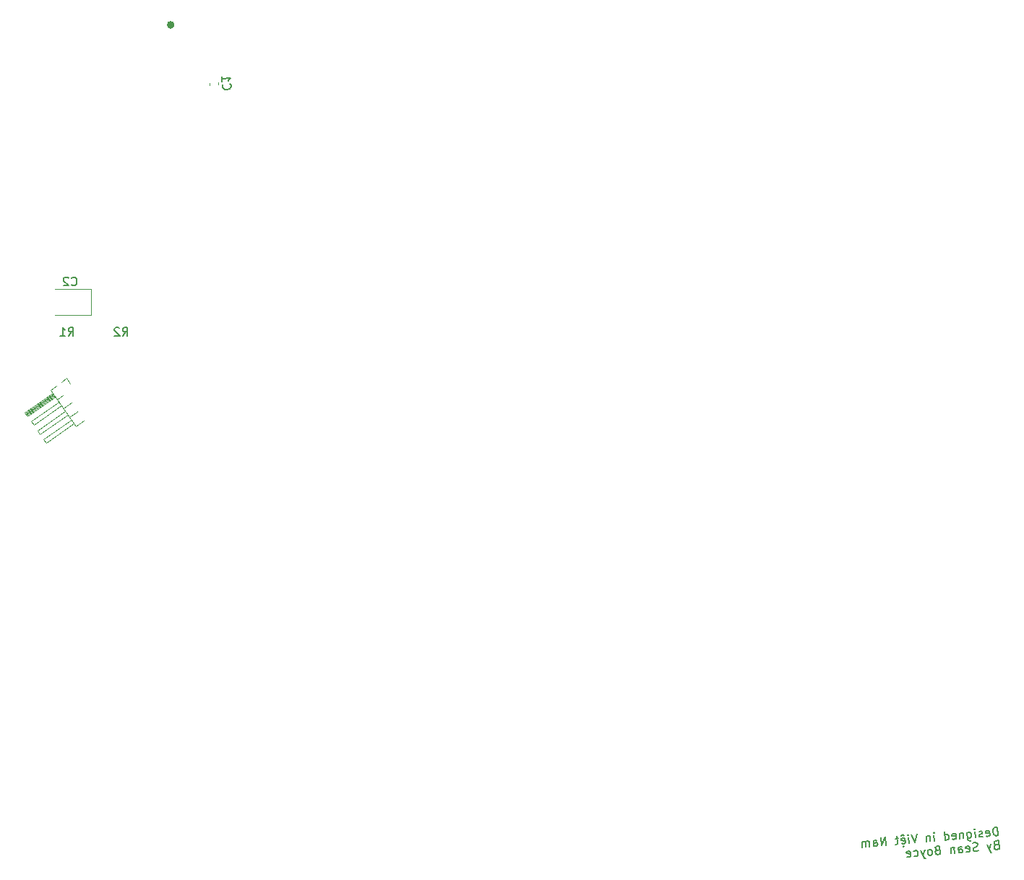
<source format=gbr>
%TF.GenerationSoftware,KiCad,Pcbnew,7.0.10-7.0.10~ubuntu22.04.1*%
%TF.CreationDate,2025-04-20T11:22:11+07:00*%
%TF.ProjectId,catan100,63617461-6e31-4303-902e-6b696361645f,rev?*%
%TF.SameCoordinates,Original*%
%TF.FileFunction,Legend,Bot*%
%TF.FilePolarity,Positive*%
%FSLAX46Y46*%
G04 Gerber Fmt 4.6, Leading zero omitted, Abs format (unit mm)*
G04 Created by KiCad (PCBNEW 7.0.10-7.0.10~ubuntu22.04.1) date 2025-04-20 11:22:11*
%MOMM*%
%LPD*%
G01*
G04 APERTURE LIST*
%ADD10C,0.150000*%
%ADD11C,0.120000*%
%ADD12C,0.500000*%
G04 APERTURE END LIST*
D10*
X238247435Y-258366393D02*
X238160279Y-257370198D01*
X238160279Y-257370198D02*
X237923090Y-257390950D01*
X237923090Y-257390950D02*
X237784927Y-257450839D01*
X237784927Y-257450839D02*
X237698351Y-257554015D01*
X237698351Y-257554015D02*
X237659214Y-257653041D01*
X237659214Y-257653041D02*
X237628377Y-257846942D01*
X237628377Y-257846942D02*
X237640828Y-257989256D01*
X237640828Y-257989256D02*
X237704867Y-258174857D01*
X237704867Y-258174857D02*
X237760606Y-258265582D01*
X237760606Y-258265582D02*
X237863782Y-258352158D01*
X237863782Y-258352158D02*
X238010246Y-258387145D01*
X238010246Y-258387145D02*
X238247435Y-258366393D01*
X236867587Y-258439313D02*
X236966613Y-258478451D01*
X236966613Y-258478451D02*
X237156364Y-258461849D01*
X237156364Y-258461849D02*
X237247090Y-258406111D01*
X237247090Y-258406111D02*
X237286227Y-258307085D01*
X237286227Y-258307085D02*
X237253025Y-257927582D01*
X237253025Y-257927582D02*
X237197287Y-257836857D01*
X237197287Y-257836857D02*
X237098261Y-257797720D01*
X237098261Y-257797720D02*
X236908509Y-257814321D01*
X236908509Y-257814321D02*
X236817784Y-257870059D01*
X236817784Y-257870059D02*
X236778646Y-257969085D01*
X236778646Y-257969085D02*
X236786947Y-258063961D01*
X236786947Y-258063961D02*
X237269626Y-258117334D01*
X236440646Y-258476666D02*
X236349921Y-258532404D01*
X236349921Y-258532404D02*
X236160170Y-258549005D01*
X236160170Y-258549005D02*
X236061144Y-258509868D01*
X236061144Y-258509868D02*
X236005405Y-258419143D01*
X236005405Y-258419143D02*
X236001255Y-258371705D01*
X236001255Y-258371705D02*
X236040392Y-258272679D01*
X236040392Y-258272679D02*
X236131118Y-258216940D01*
X236131118Y-258216940D02*
X236273431Y-258204489D01*
X236273431Y-258204489D02*
X236364157Y-258148751D01*
X236364157Y-258148751D02*
X236403294Y-258049725D01*
X236403294Y-258049725D02*
X236399144Y-258002287D01*
X236399144Y-258002287D02*
X236343405Y-257911562D01*
X236343405Y-257911562D02*
X236244379Y-257872425D01*
X236244379Y-257872425D02*
X236102066Y-257884875D01*
X236102066Y-257884875D02*
X236011340Y-257940614D01*
X235590915Y-258598809D02*
X235532811Y-257934679D01*
X235503760Y-257602614D02*
X235555348Y-257645901D01*
X235555348Y-257645901D02*
X235512060Y-257697490D01*
X235512060Y-257697490D02*
X235460472Y-257654202D01*
X235460472Y-257654202D02*
X235503760Y-257602614D01*
X235503760Y-257602614D02*
X235512060Y-257697490D01*
X234631493Y-258013534D02*
X234702048Y-258819977D01*
X234702048Y-258819977D02*
X234757786Y-258910703D01*
X234757786Y-258910703D02*
X234809374Y-258953990D01*
X234809374Y-258953990D02*
X234908400Y-258993127D01*
X234908400Y-258993127D02*
X235050714Y-258980677D01*
X235050714Y-258980677D02*
X235141439Y-258924938D01*
X234685446Y-258630226D02*
X234784472Y-258669363D01*
X234784472Y-258669363D02*
X234974224Y-258652762D01*
X234974224Y-258652762D02*
X235064949Y-258597024D01*
X235064949Y-258597024D02*
X235108237Y-258545436D01*
X235108237Y-258545436D02*
X235147374Y-258446410D01*
X235147374Y-258446410D02*
X235122472Y-258161783D01*
X235122472Y-258161783D02*
X235066734Y-258071057D01*
X235066734Y-258071057D02*
X235015146Y-258027770D01*
X235015146Y-258027770D02*
X234916120Y-257988632D01*
X234916120Y-257988632D02*
X234726369Y-258005233D01*
X234726369Y-258005233D02*
X234635643Y-258060972D01*
X234157114Y-258055037D02*
X234215218Y-258719166D01*
X234165415Y-258149912D02*
X234113827Y-258106625D01*
X234113827Y-258106625D02*
X234014801Y-258067487D01*
X234014801Y-258067487D02*
X233872487Y-258079938D01*
X233872487Y-258079938D02*
X233781762Y-258135677D01*
X233781762Y-258135677D02*
X233742625Y-258234703D01*
X233742625Y-258234703D02*
X233788278Y-258756519D01*
X232930246Y-258783786D02*
X233029272Y-258822923D01*
X233029272Y-258822923D02*
X233219023Y-258806322D01*
X233219023Y-258806322D02*
X233309749Y-258750584D01*
X233309749Y-258750584D02*
X233348886Y-258651558D01*
X233348886Y-258651558D02*
X233315684Y-258272055D01*
X233315684Y-258272055D02*
X233259946Y-258181330D01*
X233259946Y-258181330D02*
X233160920Y-258142192D01*
X233160920Y-258142192D02*
X232971168Y-258158793D01*
X232971168Y-258158793D02*
X232880443Y-258214532D01*
X232880443Y-258214532D02*
X232841306Y-258313558D01*
X232841306Y-258313558D02*
X232849606Y-258408433D01*
X232849606Y-258408433D02*
X233332285Y-258461806D01*
X232033077Y-258910079D02*
X231945921Y-257913884D01*
X232028927Y-258862641D02*
X232127953Y-258901778D01*
X232127953Y-258901778D02*
X232317704Y-258885177D01*
X232317704Y-258885177D02*
X232408430Y-258829439D01*
X232408430Y-258829439D02*
X232451717Y-258777851D01*
X232451717Y-258777851D02*
X232490855Y-258678825D01*
X232490855Y-258678825D02*
X232465953Y-258394198D01*
X232465953Y-258394198D02*
X232410215Y-258303472D01*
X232410215Y-258303472D02*
X232358626Y-258260185D01*
X232358626Y-258260185D02*
X232259600Y-258221048D01*
X232259600Y-258221048D02*
X232069849Y-258237649D01*
X232069849Y-258237649D02*
X231979124Y-258293387D01*
X230799693Y-259017986D02*
X230741589Y-258353856D01*
X230712537Y-258021791D02*
X230764125Y-258065079D01*
X230764125Y-258065079D02*
X230720838Y-258116667D01*
X230720838Y-258116667D02*
X230669250Y-258073380D01*
X230669250Y-258073380D02*
X230712537Y-258021791D01*
X230712537Y-258021791D02*
X230720838Y-258116667D01*
X230267211Y-258395359D02*
X230325315Y-259059489D01*
X230275512Y-258490235D02*
X230223924Y-258446947D01*
X230223924Y-258446947D02*
X230124898Y-258407810D01*
X230124898Y-258407810D02*
X229982584Y-258420261D01*
X229982584Y-258420261D02*
X229891859Y-258475999D01*
X229891859Y-258475999D02*
X229852721Y-258575025D01*
X229852721Y-258575025D02*
X229898374Y-259096841D01*
X228720148Y-258196103D02*
X228475239Y-259221350D01*
X228475239Y-259221350D02*
X228056018Y-258254207D01*
X227811109Y-259279453D02*
X227753005Y-258615324D01*
X227723953Y-258283259D02*
X227775541Y-258326546D01*
X227775541Y-258326546D02*
X227732254Y-258378134D01*
X227732254Y-258378134D02*
X227680666Y-258334847D01*
X227680666Y-258334847D02*
X227723953Y-258283259D01*
X227723953Y-258283259D02*
X227732254Y-258378134D01*
X226953078Y-259306720D02*
X227052104Y-259345858D01*
X227052104Y-259345858D02*
X227241855Y-259329257D01*
X227241855Y-259329257D02*
X227332581Y-259273518D01*
X227332581Y-259273518D02*
X227371718Y-259174492D01*
X227371718Y-259174492D02*
X227338516Y-258794990D01*
X227338516Y-258794990D02*
X227282777Y-258704264D01*
X227282777Y-258704264D02*
X227183751Y-258665127D01*
X227183751Y-258665127D02*
X226994000Y-258681728D01*
X226994000Y-258681728D02*
X226903275Y-258737466D01*
X226903275Y-258737466D02*
X226864137Y-258836492D01*
X226864137Y-258836492D02*
X226872438Y-258931368D01*
X226872438Y-258931368D02*
X227355117Y-258984741D01*
X227257876Y-258419637D02*
X227055674Y-258293925D01*
X227055674Y-258293925D02*
X226878373Y-258452839D01*
X227176031Y-259669622D02*
X227124443Y-259626334D01*
X227124443Y-259626334D02*
X227167731Y-259574746D01*
X227167731Y-259574746D02*
X227219319Y-259618034D01*
X227219319Y-259618034D02*
X227176031Y-259669622D01*
X227176031Y-259669622D02*
X227167731Y-259574746D01*
X226567059Y-258719080D02*
X226187557Y-258752283D01*
X226395694Y-258399466D02*
X226470399Y-259253347D01*
X226470399Y-259253347D02*
X226431261Y-259352373D01*
X226431261Y-259352373D02*
X226340536Y-259408112D01*
X226340536Y-259408112D02*
X226245660Y-259416412D01*
X225154589Y-259511869D02*
X225067434Y-258515674D01*
X225067434Y-258515674D02*
X224585335Y-259561672D01*
X224585335Y-259561672D02*
X224498179Y-258565477D01*
X223684016Y-259640527D02*
X223638363Y-259118711D01*
X223638363Y-259118711D02*
X223677501Y-259019685D01*
X223677501Y-259019685D02*
X223768226Y-258963947D01*
X223768226Y-258963947D02*
X223957977Y-258947345D01*
X223957977Y-258947345D02*
X224057003Y-258986483D01*
X223679866Y-259593089D02*
X223778892Y-259632227D01*
X223778892Y-259632227D02*
X224016081Y-259611475D01*
X224016081Y-259611475D02*
X224106807Y-259555737D01*
X224106807Y-259555737D02*
X224145944Y-259456711D01*
X224145944Y-259456711D02*
X224137643Y-259361835D01*
X224137643Y-259361835D02*
X224081905Y-259271110D01*
X224081905Y-259271110D02*
X223982879Y-259231973D01*
X223982879Y-259231973D02*
X223745690Y-259252724D01*
X223745690Y-259252724D02*
X223646664Y-259213587D01*
X223209638Y-259682030D02*
X223151534Y-259017900D01*
X223159834Y-259112776D02*
X223108246Y-259069488D01*
X223108246Y-259069488D02*
X223009220Y-259030351D01*
X223009220Y-259030351D02*
X222866907Y-259042802D01*
X222866907Y-259042802D02*
X222776181Y-259098540D01*
X222776181Y-259098540D02*
X222737044Y-259197566D01*
X222737044Y-259197566D02*
X222782697Y-259719382D01*
X222737044Y-259197566D02*
X222681306Y-259106841D01*
X222681306Y-259106841D02*
X222582280Y-259067703D01*
X222582280Y-259067703D02*
X222439966Y-259080154D01*
X222439966Y-259080154D02*
X222349241Y-259135893D01*
X222349241Y-259135893D02*
X222310104Y-259234919D01*
X222310104Y-259234919D02*
X222355757Y-259756735D01*
X238010038Y-259477502D02*
X237871875Y-259537390D01*
X237871875Y-259537390D02*
X237828587Y-259588979D01*
X237828587Y-259588979D02*
X237789450Y-259688005D01*
X237789450Y-259688005D02*
X237801901Y-259830318D01*
X237801901Y-259830318D02*
X237857639Y-259921043D01*
X237857639Y-259921043D02*
X237909227Y-259964331D01*
X237909227Y-259964331D02*
X238008253Y-260003468D01*
X238008253Y-260003468D02*
X238387756Y-259970266D01*
X238387756Y-259970266D02*
X238300600Y-258974071D01*
X238300600Y-258974071D02*
X237968535Y-259003123D01*
X237968535Y-259003123D02*
X237877810Y-259058862D01*
X237877810Y-259058862D02*
X237834522Y-259110450D01*
X237834522Y-259110450D02*
X237795385Y-259209476D01*
X237795385Y-259209476D02*
X237803685Y-259304352D01*
X237803685Y-259304352D02*
X237859424Y-259395077D01*
X237859424Y-259395077D02*
X237911012Y-259438365D01*
X237911012Y-259438365D02*
X238010038Y-259477502D01*
X238010038Y-259477502D02*
X238342103Y-259448450D01*
X237428333Y-259384992D02*
X237249248Y-260069873D01*
X236953955Y-259426494D02*
X237249248Y-260069873D01*
X237249248Y-260069873D02*
X237364875Y-260298761D01*
X237364875Y-260298761D02*
X237416463Y-260342049D01*
X237416463Y-260342049D02*
X237515489Y-260381186D01*
X235916837Y-260138643D02*
X235778674Y-260198531D01*
X235778674Y-260198531D02*
X235541485Y-260219283D01*
X235541485Y-260219283D02*
X235442459Y-260180145D01*
X235442459Y-260180145D02*
X235390871Y-260136858D01*
X235390871Y-260136858D02*
X235335132Y-260046132D01*
X235335132Y-260046132D02*
X235326832Y-259951257D01*
X235326832Y-259951257D02*
X235365969Y-259852231D01*
X235365969Y-259852231D02*
X235409257Y-259800643D01*
X235409257Y-259800643D02*
X235499982Y-259744904D01*
X235499982Y-259744904D02*
X235685583Y-259680865D01*
X235685583Y-259680865D02*
X235776309Y-259625127D01*
X235776309Y-259625127D02*
X235819596Y-259573539D01*
X235819596Y-259573539D02*
X235858733Y-259474513D01*
X235858733Y-259474513D02*
X235850433Y-259379637D01*
X235850433Y-259379637D02*
X235794694Y-259288912D01*
X235794694Y-259288912D02*
X235743106Y-259245624D01*
X235743106Y-259245624D02*
X235644080Y-259206487D01*
X235644080Y-259206487D02*
X235406891Y-259227238D01*
X235406891Y-259227238D02*
X235268728Y-259287127D01*
X234541140Y-260259001D02*
X234640166Y-260298138D01*
X234640166Y-260298138D02*
X234829917Y-260281537D01*
X234829917Y-260281537D02*
X234920642Y-260225798D01*
X234920642Y-260225798D02*
X234959780Y-260126772D01*
X234959780Y-260126772D02*
X234926578Y-259747270D01*
X234926578Y-259747270D02*
X234870839Y-259656544D01*
X234870839Y-259656544D02*
X234771813Y-259617407D01*
X234771813Y-259617407D02*
X234582062Y-259634008D01*
X234582062Y-259634008D02*
X234491336Y-259689746D01*
X234491336Y-259689746D02*
X234452199Y-259788772D01*
X234452199Y-259788772D02*
X234460500Y-259883648D01*
X234460500Y-259883648D02*
X234943179Y-259937021D01*
X233643971Y-260385294D02*
X233598318Y-259863477D01*
X233598318Y-259863477D02*
X233637455Y-259764451D01*
X233637455Y-259764451D02*
X233728181Y-259708713D01*
X233728181Y-259708713D02*
X233917932Y-259692112D01*
X233917932Y-259692112D02*
X234016958Y-259731249D01*
X233639821Y-260337856D02*
X233738847Y-260376993D01*
X233738847Y-260376993D02*
X233976036Y-260356242D01*
X233976036Y-260356242D02*
X234066761Y-260300503D01*
X234066761Y-260300503D02*
X234105898Y-260201477D01*
X234105898Y-260201477D02*
X234097598Y-260106602D01*
X234097598Y-260106602D02*
X234041860Y-260015876D01*
X234041860Y-260015876D02*
X233942834Y-259976739D01*
X233942834Y-259976739D02*
X233705644Y-259997490D01*
X233705644Y-259997490D02*
X233606618Y-259958353D01*
X233111488Y-259762667D02*
X233169592Y-260426796D01*
X233119789Y-259857542D02*
X233068201Y-259814255D01*
X233068201Y-259814255D02*
X232969175Y-259775117D01*
X232969175Y-259775117D02*
X232826861Y-259787568D01*
X232826861Y-259787568D02*
X232736136Y-259843307D01*
X232736136Y-259843307D02*
X232696999Y-259942333D01*
X232696999Y-259942333D02*
X232742652Y-260464149D01*
X231131550Y-260079292D02*
X230993386Y-260139180D01*
X230993386Y-260139180D02*
X230950099Y-260190768D01*
X230950099Y-260190768D02*
X230910961Y-260289794D01*
X230910961Y-260289794D02*
X230923412Y-260432108D01*
X230923412Y-260432108D02*
X230979151Y-260522833D01*
X230979151Y-260522833D02*
X231030739Y-260566121D01*
X231030739Y-260566121D02*
X231129765Y-260605258D01*
X231129765Y-260605258D02*
X231509267Y-260572056D01*
X231509267Y-260572056D02*
X231422112Y-259575861D01*
X231422112Y-259575861D02*
X231090047Y-259604913D01*
X231090047Y-259604913D02*
X230999321Y-259660652D01*
X230999321Y-259660652D02*
X230956034Y-259712240D01*
X230956034Y-259712240D02*
X230916897Y-259811266D01*
X230916897Y-259811266D02*
X230925197Y-259906141D01*
X230925197Y-259906141D02*
X230980936Y-259996867D01*
X230980936Y-259996867D02*
X231032524Y-260040154D01*
X231032524Y-260040154D02*
X231131550Y-260079292D01*
X231131550Y-260079292D02*
X231463614Y-260050240D01*
X230370759Y-260671662D02*
X230461485Y-260615924D01*
X230461485Y-260615924D02*
X230504772Y-260564336D01*
X230504772Y-260564336D02*
X230543910Y-260465310D01*
X230543910Y-260465310D02*
X230519008Y-260180683D01*
X230519008Y-260180683D02*
X230463270Y-260089958D01*
X230463270Y-260089958D02*
X230411681Y-260046670D01*
X230411681Y-260046670D02*
X230312655Y-260007533D01*
X230312655Y-260007533D02*
X230170342Y-260019984D01*
X230170342Y-260019984D02*
X230079617Y-260075722D01*
X230079617Y-260075722D02*
X230036329Y-260127310D01*
X230036329Y-260127310D02*
X229997192Y-260226336D01*
X229997192Y-260226336D02*
X230022093Y-260510963D01*
X230022093Y-260510963D02*
X230077832Y-260601688D01*
X230077832Y-260601688D02*
X230129420Y-260644976D01*
X230129420Y-260644976D02*
X230228446Y-260684113D01*
X230228446Y-260684113D02*
X230370759Y-260671662D01*
X229648526Y-260065637D02*
X229469440Y-260750518D01*
X229174147Y-260107139D02*
X229469440Y-260750518D01*
X229469440Y-260750518D02*
X229585067Y-260979406D01*
X229585067Y-260979406D02*
X229636655Y-261022694D01*
X229636655Y-261022694D02*
X229735681Y-261061831D01*
X228421657Y-260794386D02*
X228520683Y-260833523D01*
X228520683Y-260833523D02*
X228710434Y-260816922D01*
X228710434Y-260816922D02*
X228801160Y-260761184D01*
X228801160Y-260761184D02*
X228844447Y-260709596D01*
X228844447Y-260709596D02*
X228883585Y-260610570D01*
X228883585Y-260610570D02*
X228858683Y-260325943D01*
X228858683Y-260325943D02*
X228802945Y-260235217D01*
X228802945Y-260235217D02*
X228751357Y-260191930D01*
X228751357Y-260191930D02*
X228652331Y-260152792D01*
X228652331Y-260152792D02*
X228462579Y-260169393D01*
X228462579Y-260169393D02*
X228371854Y-260225132D01*
X227615214Y-260864941D02*
X227714240Y-260904078D01*
X227714240Y-260904078D02*
X227903991Y-260887477D01*
X227903991Y-260887477D02*
X227994716Y-260831738D01*
X227994716Y-260831738D02*
X228033854Y-260732712D01*
X228033854Y-260732712D02*
X228000651Y-260353210D01*
X228000651Y-260353210D02*
X227944913Y-260262484D01*
X227944913Y-260262484D02*
X227845887Y-260223347D01*
X227845887Y-260223347D02*
X227656136Y-260239948D01*
X227656136Y-260239948D02*
X227565410Y-260295686D01*
X227565410Y-260295686D02*
X227526273Y-260394712D01*
X227526273Y-260394712D02*
X227534574Y-260489588D01*
X227534574Y-260489588D02*
X228017253Y-260542961D01*
X129706666Y-193843580D02*
X129754285Y-193891200D01*
X129754285Y-193891200D02*
X129897142Y-193938819D01*
X129897142Y-193938819D02*
X129992380Y-193938819D01*
X129992380Y-193938819D02*
X130135237Y-193891200D01*
X130135237Y-193891200D02*
X130230475Y-193795961D01*
X130230475Y-193795961D02*
X130278094Y-193700723D01*
X130278094Y-193700723D02*
X130325713Y-193510247D01*
X130325713Y-193510247D02*
X130325713Y-193367390D01*
X130325713Y-193367390D02*
X130278094Y-193176914D01*
X130278094Y-193176914D02*
X130230475Y-193081676D01*
X130230475Y-193081676D02*
X130135237Y-192986438D01*
X130135237Y-192986438D02*
X129992380Y-192938819D01*
X129992380Y-192938819D02*
X129897142Y-192938819D01*
X129897142Y-192938819D02*
X129754285Y-192986438D01*
X129754285Y-192986438D02*
X129706666Y-193034057D01*
X129325713Y-193034057D02*
X129278094Y-192986438D01*
X129278094Y-192986438D02*
X129182856Y-192938819D01*
X129182856Y-192938819D02*
X128944761Y-192938819D01*
X128944761Y-192938819D02*
X128849523Y-192986438D01*
X128849523Y-192986438D02*
X128801904Y-193034057D01*
X128801904Y-193034057D02*
X128754285Y-193129295D01*
X128754285Y-193129295D02*
X128754285Y-193224533D01*
X128754285Y-193224533D02*
X128801904Y-193367390D01*
X128801904Y-193367390D02*
X129373332Y-193938819D01*
X129373332Y-193938819D02*
X128754285Y-193938819D01*
X147452417Y-170389789D02*
X147409129Y-170441377D01*
X147409129Y-170441377D02*
X147374142Y-170587841D01*
X147374142Y-170587841D02*
X147382443Y-170682717D01*
X147382443Y-170682717D02*
X147442331Y-170820880D01*
X147442331Y-170820880D02*
X147545508Y-170907455D01*
X147545508Y-170907455D02*
X147644534Y-170946592D01*
X147644534Y-170946592D02*
X147838435Y-170977429D01*
X147838435Y-170977429D02*
X147980749Y-170964978D01*
X147980749Y-170964978D02*
X148166350Y-170900939D01*
X148166350Y-170900939D02*
X148257075Y-170845201D01*
X148257075Y-170845201D02*
X148343650Y-170742025D01*
X148343650Y-170742025D02*
X148378637Y-170595561D01*
X148378637Y-170595561D02*
X148370337Y-170500685D01*
X148370337Y-170500685D02*
X148310448Y-170362522D01*
X148310448Y-170362522D02*
X148258860Y-170319234D01*
X147274536Y-169449333D02*
X147324339Y-170018587D01*
X147299437Y-169733960D02*
X148295632Y-169646804D01*
X148295632Y-169646804D02*
X148161619Y-169754131D01*
X148161619Y-169754131D02*
X148075044Y-169857307D01*
X148075044Y-169857307D02*
X148035907Y-169956333D01*
X129325666Y-199844819D02*
X129658999Y-199368628D01*
X129897094Y-199844819D02*
X129897094Y-198844819D01*
X129897094Y-198844819D02*
X129516142Y-198844819D01*
X129516142Y-198844819D02*
X129420904Y-198892438D01*
X129420904Y-198892438D02*
X129373285Y-198940057D01*
X129373285Y-198940057D02*
X129325666Y-199035295D01*
X129325666Y-199035295D02*
X129325666Y-199178152D01*
X129325666Y-199178152D02*
X129373285Y-199273390D01*
X129373285Y-199273390D02*
X129420904Y-199321009D01*
X129420904Y-199321009D02*
X129516142Y-199368628D01*
X129516142Y-199368628D02*
X129897094Y-199368628D01*
X128373285Y-199844819D02*
X128944713Y-199844819D01*
X128658999Y-199844819D02*
X128658999Y-198844819D01*
X128658999Y-198844819D02*
X128754237Y-198987676D01*
X128754237Y-198987676D02*
X128849475Y-199082914D01*
X128849475Y-199082914D02*
X128944713Y-199130533D01*
X135675666Y-199844819D02*
X136008999Y-199368628D01*
X136247094Y-199844819D02*
X136247094Y-198844819D01*
X136247094Y-198844819D02*
X135866142Y-198844819D01*
X135866142Y-198844819D02*
X135770904Y-198892438D01*
X135770904Y-198892438D02*
X135723285Y-198940057D01*
X135723285Y-198940057D02*
X135675666Y-199035295D01*
X135675666Y-199035295D02*
X135675666Y-199178152D01*
X135675666Y-199178152D02*
X135723285Y-199273390D01*
X135723285Y-199273390D02*
X135770904Y-199321009D01*
X135770904Y-199321009D02*
X135866142Y-199368628D01*
X135866142Y-199368628D02*
X136247094Y-199368628D01*
X135294713Y-198940057D02*
X135247094Y-198892438D01*
X135247094Y-198892438D02*
X135151856Y-198844819D01*
X135151856Y-198844819D02*
X134913761Y-198844819D01*
X134913761Y-198844819D02*
X134818523Y-198892438D01*
X134818523Y-198892438D02*
X134770904Y-198940057D01*
X134770904Y-198940057D02*
X134723285Y-199035295D01*
X134723285Y-199035295D02*
X134723285Y-199130533D01*
X134723285Y-199130533D02*
X134770904Y-199273390D01*
X134770904Y-199273390D02*
X135342332Y-199844819D01*
X135342332Y-199844819D02*
X134723285Y-199844819D01*
D11*
%TO.C,C2*%
X132000000Y-197344000D02*
X127790000Y-197344000D01*
X132000000Y-194324000D02*
X132000000Y-197344000D01*
X127790000Y-194324000D02*
X132000000Y-194324000D01*
%TO.C,C1*%
X145875739Y-170501545D02*
X145851234Y-170221455D01*
X146891858Y-170412647D02*
X146867353Y-170132557D01*
D12*
%TO.C,U1*%
X141507624Y-163379911D02*
G75*
G03*
X141107624Y-163379911I-200000J0D01*
G01*
X141107624Y-163379911D02*
G75*
G03*
X141507624Y-163379911I200000J0D01*
G01*
D11*
%TO.C,J1*%
X129561114Y-205406759D02*
X129125195Y-204784203D01*
X129125195Y-204784203D02*
X128502640Y-205220121D01*
X131162093Y-209785331D02*
X131118889Y-209723630D01*
X130399236Y-208695858D02*
X129481786Y-209338264D01*
X130390447Y-208683307D02*
X130408025Y-208708410D01*
X129670794Y-207655535D02*
X128753344Y-208297941D01*
X129662005Y-207642983D02*
X129679583Y-207668087D01*
X128680223Y-206798757D02*
X128024902Y-207257618D01*
X127917367Y-205709284D02*
X127262045Y-206168146D01*
X130244643Y-210427736D02*
X131162093Y-209785331D01*
X129696877Y-209645446D02*
X126420269Y-211939752D01*
X128968435Y-208605123D02*
X125691827Y-210899429D01*
X128239993Y-207564800D02*
X124963385Y-209859106D01*
X127752453Y-206868521D02*
X124475845Y-209162826D01*
X127683624Y-206770222D02*
X124407016Y-209064528D01*
X127614795Y-206671924D02*
X124338187Y-208966230D01*
X127545966Y-206573626D02*
X124269357Y-208867932D01*
X127511551Y-206524477D02*
X124234943Y-208818782D01*
X127262045Y-206168146D02*
X130244643Y-210427736D01*
X126718529Y-212365711D02*
X129995137Y-210071405D01*
X126420269Y-211939752D02*
X126718529Y-212365711D01*
X125990087Y-211325388D02*
X129266695Y-209031082D01*
X125691827Y-210899429D02*
X125990087Y-211325388D01*
X125261645Y-210285065D02*
X128538253Y-207990759D01*
X124963385Y-209859106D02*
X125261645Y-210285065D01*
X124533203Y-209244742D02*
X127809811Y-206950436D01*
X124234943Y-208818782D02*
X124533203Y-209244742D01*
%TD*%
M02*

</source>
